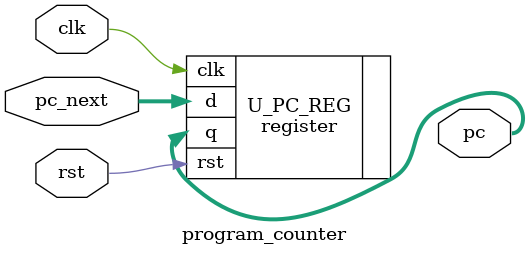
<source format=sv>
`timescale 1ns / 1ps


module program_counter (
    input  logic        clk,
    input  logic        rst,
    input  logic [31:0] pc_next,
    output logic [31:0] pc
);

    register U_PC_REG (
        .clk(clk),
        .rst(rst),
        .d  (pc_next),
        .q  (pc)
    );


endmodule

</source>
